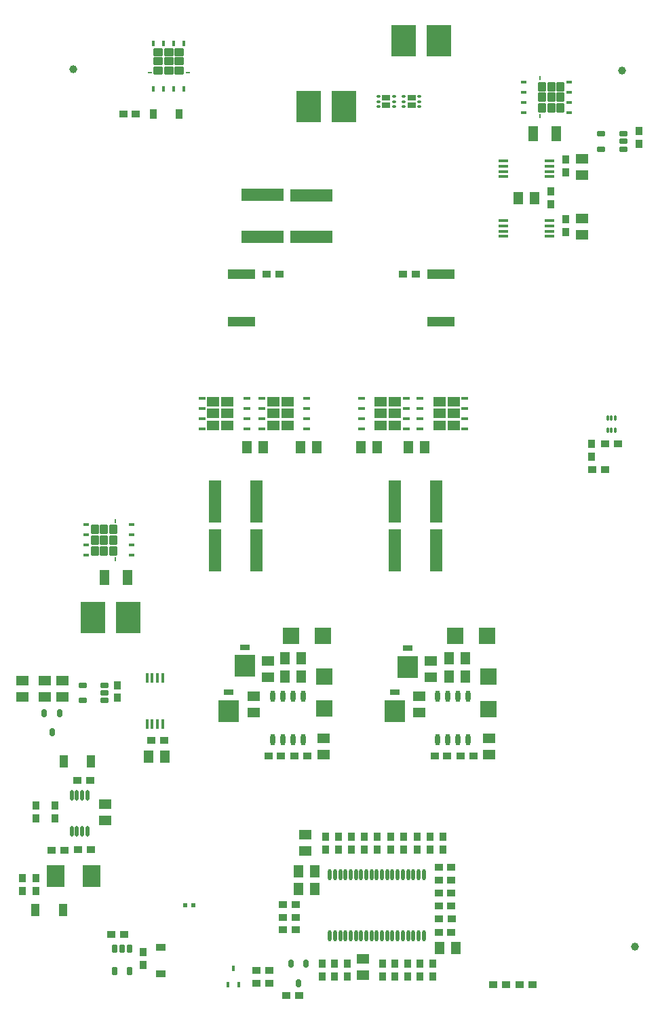
<source format=gbp>
G04 This is an RS-274x file exported by *
G04 gerbv version 2.8.0-rc.1~d7f42a *
G04 More information is available about gerbv at *
G04 https://gerbv.github.io/ *
G04 --End of header info--*
%MOIN*%
%FSLAX36Y36*%
%IPPOS*%
G04 --Define apertures--*
%ADD10C,0.0080*%
%ADD11C,0.0060*%
%ADD12C,0.0100*%
%ADD13C,0.0394*%
%ADD14R,0.0394X0.0374*%
%ADD15R,0.0374X0.0394*%
%ADD16R,0.0630X0.2087*%
%AMMACRO17*
21,1,0.015750,0.021650,0.000000,0.000000,0.000000*
21,1,0.011810,0.025590,0.000000,0.000000,0.000000*
1,1,0.003940,0.005910,-0.010830*
1,1,0.003940,-0.005910,-0.010830*
1,1,0.003940,-0.005910,0.010830*
1,1,0.003940,0.005910,0.010830*
%
%ADD17MACRO17*%
%ADD18R,0.0236X0.0197*%
%ADD19O,0.0236X0.0571*%
%AMMACRO20*
21,1,0.023620,0.035350,0.000000,0.000000,90.000000*
21,1,0.019610,0.039370,0.000000,0.000000,90.000000*
1,1,0.004020,0.017680,0.009800*
1,1,0.004020,0.017680,-0.009800*
1,1,0.004020,-0.017680,-0.009800*
1,1,0.004020,-0.017680,0.009800*
%
%ADD20MACRO20*%
%AMMACRO21*
21,1,0.011810,0.013820,0.000000,0.000000,90.000000*
21,1,0.007910,0.017720,0.000000,0.000000,90.000000*
1,1,0.003900,0.006910,0.003960*
1,1,0.003900,0.006910,-0.003960*
1,1,0.003900,-0.006910,-0.003960*
1,1,0.003900,-0.006910,0.003960*
%
%ADD21MACRO21*%
%AMMACRO22*
21,1,0.023620,0.035350,0.000000,0.000000,180.000000*
21,1,0.019610,0.039370,0.000000,0.000000,180.000000*
1,1,0.004020,-0.009800,0.017680*
1,1,0.004020,0.009800,0.017680*
1,1,0.004020,0.009800,-0.017680*
1,1,0.004020,-0.009800,-0.017680*
%
%ADD22MACRO22*%
%ADD23O,0.0177X0.0532*%
%AMMACRO24*
21,1,0.011810,0.022480,0.000000,0.000000,0.000000*
21,1,0.007910,0.026380,0.000000,0.000000,0.000000*
1,1,0.003900,0.003960,-0.011240*
1,1,0.003900,-0.003960,-0.011240*
1,1,0.003900,-0.003960,0.011240*
1,1,0.003900,0.003960,0.011240*
%
%ADD24MACRO24*%
%ADD25O,0.0472X0.0158*%
%ADD26O,0.0177X0.0551*%
%ADD27R,0.0500X0.0630*%
%ADD28R,0.0630X0.0500*%
%ADD29R,0.0512X0.0728*%
%ADD30R,0.1221X0.1575*%
%AMMACRO31*
21,1,0.023620,0.027560,0.000000,0.000000,180.000000*
21,1,0.011810,0.039370,0.000000,0.000000,180.000000*
1,1,0.011810,-0.005910,0.013780*
1,1,0.011810,0.005910,0.013780*
1,1,0.011810,0.005910,-0.013780*
1,1,0.011810,-0.005910,-0.013780*
%
%ADD31MACRO31*%
%ADD32R,0.0787X0.0787*%
%ADD33R,0.0787X0.0787*%
%ADD34R,0.0500X0.0300*%
%ADD35R,0.1000X0.1050*%
%ADD36R,0.0360X0.0480*%
%ADD37R,0.0850X0.1080*%
%ADD38R,0.0433X0.0630*%
%ADD39O,0.0158X0.0472*%
%ADD40R,0.2087X0.0630*%
%ADD41R,0.1339X0.0512*%
%ADD42R,0.0480X0.0360*%
%AMMACRO43*
21,1,0.009840,0.017910,0.000000,0.000000,90.000000*
21,1,0.005910,0.021850,0.000000,0.000000,90.000000*
1,1,0.003940,0.008960,0.002950*
1,1,0.003940,0.008960,-0.002950*
1,1,0.003940,-0.008960,-0.002950*
1,1,0.003940,-0.008960,0.002950*
%
%ADD43MACRO43*%
%AMMACRO44*
21,1,0.009840,0.017910,0.000000,0.000000,0.000000*
21,1,0.005910,0.021850,0.000000,0.000000,0.000000*
1,1,0.003940,0.002950,-0.008960*
1,1,0.003940,-0.002950,-0.008960*
1,1,0.003940,-0.002950,0.008960*
1,1,0.003940,0.002950,0.008960*
%
%ADD44MACRO44*%
%AMMACRO45*
21,1,0.029920,0.012250,0.000000,0.000000,90.000000*
21,1,0.026030,0.016140,0.000000,0.000000,90.000000*
1,1,0.003890,0.006120,0.013010*
1,1,0.003890,0.006120,-0.013010*
1,1,0.003890,-0.006120,-0.013010*
1,1,0.003890,-0.006120,0.013010*
%
%ADD45MACRO45*%
%AMMACRO46*
21,1,0.031890,0.012250,0.000000,0.000000,0.000000*
21,1,0.028000,0.016140,0.000000,0.000000,0.000000*
1,1,0.003890,0.014000,-0.006120*
1,1,0.003890,-0.014000,-0.006120*
1,1,0.003890,-0.014000,0.006120*
1,1,0.003890,0.014000,0.006120*
%
%ADD46MACRO46*%
%AMMACRO47*
21,1,0.029920,0.012250,0.000000,0.000000,0.000000*
21,1,0.026030,0.016140,0.000000,0.000000,0.000000*
1,1,0.003890,0.013010,-0.006120*
1,1,0.003890,-0.013010,-0.006120*
1,1,0.003890,-0.013010,0.006120*
1,1,0.003890,0.013010,0.006120*
%
%ADD47MACRO47*%
%AMMACRO48*
21,1,0.037400,0.040370,0.000000,0.000000,90.000000*
21,1,0.033290,0.044490,0.000000,0.000000,90.000000*
1,1,0.004110,0.020190,0.016640*
1,1,0.004110,0.020190,-0.016640*
1,1,0.004110,-0.020190,-0.016640*
1,1,0.004110,-0.020190,0.016640*
%
%ADD48MACRO48*%
%AMMACRO49*
21,1,0.039370,0.023700,0.000000,0.000000,180.000000*
21,1,0.035510,0.027560,0.000000,0.000000,180.000000*
1,1,0.003860,-0.017760,0.011850*
1,1,0.003860,0.017760,0.011850*
1,1,0.003860,0.017760,-0.011850*
1,1,0.003860,-0.017760,-0.011850*
%
%ADD49MACRO49*%
%AMMACRO50*
21,1,0.062210,0.045280,0.000000,0.000000,0.000000*
21,1,0.058270,0.049210,0.000000,0.000000,0.000000*
1,1,0.003940,0.029130,-0.022640*
1,1,0.003940,-0.029130,-0.022640*
1,1,0.003940,-0.029130,0.022640*
1,1,0.003940,0.029130,0.022640*
%
%ADD50MACRO50*%
%AMMACRO51*
21,1,0.037400,0.040370,0.000000,0.000000,0.000000*
21,1,0.033290,0.044490,0.000000,0.000000,0.000000*
1,1,0.004110,0.016640,-0.020190*
1,1,0.004110,-0.016640,-0.020190*
1,1,0.004110,-0.016640,0.020190*
1,1,0.004110,0.016640,0.020190*
%
%ADD51MACRO51*%
G04 --Start main section--*
G54D13*
G01X1536190Y6670000D03*
G01X4232190Y6664000D03*
G01X4297190Y2359000D03*
G54D14*
G01X4085690Y4704000D03*
G01X4148680Y4704000D03*
G01X1430150Y2835000D03*
G01X1493140Y2835000D03*
G01X1618690Y3178000D03*
G01X1555690Y3178000D03*
G01X2581150Y2119000D03*
G01X2644140Y2119000D03*
G01X3330690Y2430000D03*
G01X3393690Y2430000D03*
G01X3330690Y2752000D03*
G01X3393690Y2752000D03*
G01X3792690Y2173000D03*
G01X3729690Y2173000D03*
G01X3373950Y3297240D03*
G01X3310960Y3297240D03*
G01X2557200Y3297640D03*
G01X2494210Y3297640D03*
G01X3438960Y3297310D03*
G01X3501950Y3297310D03*
G01X2623210Y3297640D03*
G01X2686200Y3297640D03*
G01X3218740Y5664000D03*
G01X3155750Y5664000D03*
G01X2484750Y5664000D03*
G01X2547740Y5664000D03*
G01X1786610Y2421160D03*
G01X1723620Y2421160D03*
G01X1623640Y2836000D03*
G01X1560650Y2836000D03*
G01X4212000Y4831460D03*
G01X4149010Y4831460D03*
G01X3598690Y2173000D03*
G01X3661680Y2173000D03*
G01X1982070Y3374000D03*
G01X1919080Y3374000D03*
G01X2499690Y2182000D03*
G01X2436690Y2182000D03*
G01X3393690Y2688000D03*
G01X3330690Y2688000D03*
G01X3331690Y2498000D03*
G01X3394690Y2498000D03*
G01X3330690Y2561000D03*
G01X3393690Y2561000D03*
G01X3330690Y2624000D03*
G01X3393690Y2624000D03*
G01X2564690Y2568000D03*
G01X2627690Y2568000D03*
G01X2564690Y2505000D03*
G01X2627690Y2505000D03*
G01X2564690Y2444000D03*
G01X2627690Y2444000D03*
G01X2436690Y2245000D03*
G01X2499690Y2245000D03*
G01X1780690Y6449000D03*
G01X1843690Y6449000D03*
G54D15*
G01X4082190Y4830500D03*
G01X4082190Y4767500D03*
G01X1285000Y2697500D03*
G01X1285000Y2634500D03*
G01X1353140Y3052500D03*
G01X1353140Y2989500D03*
G01X1352140Y2697500D03*
G01X1352140Y2634500D03*
G01X2758650Y2215500D03*
G01X2758650Y2278500D03*
G01X2820650Y2215500D03*
G01X2820650Y2278500D03*
G01X2882650Y2215500D03*
G01X2882650Y2278500D03*
G01X3883690Y6069500D03*
G01X3883690Y6006500D03*
G01X3290190Y2899990D03*
G01X3290190Y2837000D03*
G01X3352190Y2837000D03*
G01X3352190Y2899990D03*
G01X4314010Y6367440D03*
G01X4314010Y6304450D03*
G01X1751320Y3645500D03*
G01X1751320Y3582500D03*
G01X1880120Y2332650D03*
G01X1880120Y2269660D03*
G01X3955190Y6226880D03*
G01X3955190Y6163890D03*
G01X3159920Y2837000D03*
G01X3159920Y2899990D03*
G01X2964920Y2837000D03*
G01X2964920Y2899990D03*
G01X3028920Y2837000D03*
G01X3028920Y2899990D03*
G01X2840190Y2837010D03*
G01X2840190Y2900000D03*
G01X2775190Y2836500D03*
G01X2775190Y2899500D03*
G01X3955190Y5933110D03*
G01X3955190Y5870120D03*
G01X3054650Y2278500D03*
G01X3054650Y2215500D03*
G01X2902920Y2837000D03*
G01X2902920Y2899990D03*
G01X3095990Y2837000D03*
G01X3095990Y2899990D03*
G01X3302650Y2215500D03*
G01X3302650Y2278500D03*
G01X3240650Y2215500D03*
G01X3240650Y2278500D03*
G01X3178650Y2215500D03*
G01X3178650Y2278500D03*
G01X3116650Y2215500D03*
G01X3116650Y2278500D03*
G01X3225920Y2899990D03*
G01X3225920Y2837000D03*
G01X1447140Y3052500D03*
G01X1447140Y2989500D03*
G54D16*
G01X2436550Y4546000D03*
G01X2231830Y4546000D03*
G01X2435910Y4307000D03*
G01X2231190Y4307000D03*
G01X3114460Y4307000D03*
G01X3319190Y4307000D03*
G01X3114460Y4546000D03*
G01X3319190Y4546000D03*
G54D17*
G01X2322780Y2254710D03*
G01X2297190Y2174000D03*
G01X2348370Y2174000D03*
G54D18*
G01X2125870Y2565000D03*
G01X2086500Y2565000D03*
G54D19*
G01X3475460Y3377020D03*
G01X3425460Y3377020D03*
G01X3375460Y3377020D03*
G01X3325460Y3377020D03*
G01X3475460Y3591590D03*
G01X3425460Y3591590D03*
G01X3375460Y3591590D03*
G01X3325460Y3591590D03*
G01X2666710Y3377360D03*
G01X2616710Y3377360D03*
G01X2566710Y3377360D03*
G01X2516710Y3377360D03*
G01X2666710Y3591930D03*
G01X2616710Y3591930D03*
G01X2566710Y3591930D03*
G01X2516710Y3591930D03*
G54D20*
G01X4238140Y6353350D03*
G01X4238140Y6315950D03*
G01X4238140Y6278540D03*
G01X4129870Y6278540D03*
G01X4129870Y6353350D03*
G01X1689460Y3645400D03*
G01X1689460Y3608000D03*
G01X1689460Y3570600D03*
G01X1581190Y3570600D03*
G01X1581190Y3645400D03*
G54D21*
G01X3034800Y6537590D03*
G01X3034800Y6512000D03*
G01X3034800Y6486410D03*
G01X3111570Y6486410D03*
G01X3111570Y6512000D03*
G01X3111570Y6537590D03*
G01X3236570Y6486410D03*
G01X3236570Y6512000D03*
G01X3236570Y6537590D03*
G01X3159800Y6537590D03*
G01X3159800Y6512000D03*
G01X3159800Y6486410D03*
G54D22*
G01X1737720Y2350290D03*
G01X1775120Y2350290D03*
G01X1812520Y2350290D03*
G01X1812520Y2242020D03*
G01X1737720Y2242020D03*
G54D23*
G01X1527640Y3103110D03*
G01X1553230Y3103110D03*
G01X1578820Y3103110D03*
G01X1527640Y2927910D03*
G01X1553230Y2927910D03*
G01X1578820Y2927910D03*
G01X1604410Y2927910D03*
G01X1604410Y3103110D03*
G54D24*
G01X4200190Y4955600D03*
G01X4160820Y4955600D03*
G01X4160820Y4897330D03*
G01X4180500Y4897330D03*
G01X4200190Y4897330D03*
G01X4180500Y4955600D03*
G54D25*
G01X3874600Y6219770D03*
G01X3874600Y6194180D03*
G01X3874600Y6168590D03*
G01X3874600Y6143000D03*
G01X3650190Y6219770D03*
G01X3650190Y6194180D03*
G01X3650190Y6168590D03*
G01X3650190Y6143000D03*
G01X3874600Y5926000D03*
G01X3874600Y5900410D03*
G01X3874600Y5874820D03*
G01X3874600Y5849230D03*
G01X3650190Y5926000D03*
G01X3650190Y5900410D03*
G01X3650190Y5874820D03*
G01X3650190Y5849230D03*
G54D26*
G01X3257500Y2414390D03*
G01X3231910Y2414390D03*
G01X3206320Y2414390D03*
G01X3180730Y2414390D03*
G01X3155140Y2414390D03*
G01X3129550Y2414390D03*
G01X3103960Y2414390D03*
G01X3078370Y2414390D03*
G01X3052780Y2414390D03*
G01X3027190Y2414390D03*
G01X3001600Y2414390D03*
G01X2976010Y2414390D03*
G01X2950420Y2414390D03*
G01X2924830Y2414390D03*
G01X2899240Y2414390D03*
G01X2873650Y2414390D03*
G01X2848050Y2414390D03*
G01X2822460Y2414390D03*
G01X2796870Y2414390D03*
G01X3257500Y2713610D03*
G01X3231910Y2713610D03*
G01X3206320Y2713610D03*
G01X3180730Y2713610D03*
G01X3155140Y2713610D03*
G01X3129550Y2713610D03*
G01X3103960Y2713610D03*
G01X3078370Y2713610D03*
G01X3052780Y2713610D03*
G01X3027190Y2713610D03*
G01X3001600Y2713610D03*
G01X2976010Y2713610D03*
G01X2950420Y2713610D03*
G01X2924830Y2713610D03*
G01X2899240Y2713610D03*
G01X2873650Y2713610D03*
G01X2848050Y2713610D03*
G01X2822460Y2713610D03*
G01X2796870Y2713610D03*
G54D27*
G01X2950190Y4814000D03*
G01X3030190Y4814000D03*
G01X2652730Y4814020D03*
G01X2732730Y4814020D03*
G01X3463460Y3778310D03*
G01X3383460Y3778310D03*
G01X2656710Y3778640D03*
G01X2576710Y3778640D03*
G01X3261190Y4814000D03*
G01X3181190Y4814000D03*
G01X2468730Y4814020D03*
G01X2388730Y4814020D03*
G01X3802690Y6037000D03*
G01X3722690Y6037000D03*
G01X2721190Y2732000D03*
G01X2641190Y2732000D03*
G01X3463460Y3686310D03*
G01X3383460Y3686310D03*
G01X2576710Y3686640D03*
G01X2656710Y3686640D03*
G01X1905580Y3293990D03*
G01X1985570Y3293990D03*
G01X3335190Y2355000D03*
G01X3415190Y2355000D03*
G01X2721190Y2644000D03*
G01X2641190Y2644000D03*
G54D28*
G01X3293730Y3763310D03*
G01X3293730Y3683310D03*
G01X2491710Y3682640D03*
G01X2491710Y3762640D03*
G01X3235460Y3589310D03*
G01X3235460Y3509310D03*
G01X2423710Y3589640D03*
G01X2423710Y3509640D03*
G01X2676190Y2832000D03*
G01X2676190Y2912000D03*
G01X1284190Y3587000D03*
G01X1284190Y3667000D03*
G01X1482190Y3667000D03*
G01X1482190Y3587000D03*
G01X1394190Y3667000D03*
G01X1394190Y3587000D03*
G01X4035190Y6150390D03*
G01X4035190Y6230390D03*
G01X3579460Y3384310D03*
G01X3579460Y3304310D03*
G01X2764710Y3304640D03*
G01X2764710Y3384640D03*
G01X1692140Y3062000D03*
G01X1692140Y2982000D03*
G01X2960650Y2221000D03*
G01X2960650Y2301000D03*
G01X4035190Y5856610D03*
G01X4035190Y5936610D03*
G54D29*
G01X3796100Y6354000D03*
G01X3910280Y6354000D03*
G01X1803270Y4173000D03*
G01X1689100Y4173000D03*
G54D30*
G01X3333800Y6812000D03*
G01X3160570Y6812000D03*
G01X2692570Y6486000D03*
G01X2865800Y6486000D03*
G01X1804800Y3976000D03*
G01X1631570Y3976000D03*
G54D31*
G01X2642650Y2181760D03*
G01X2680050Y2276240D03*
G01X2605240Y2276240D03*
G01X1431190Y3413760D03*
G01X1468590Y3508240D03*
G01X1393790Y3508240D03*
G54D32*
G01X3576460Y3686050D03*
G01X3576460Y3528570D03*
G01X2769710Y3686380D03*
G01X2769710Y3528900D03*
G54D33*
G01X3412990Y3886310D03*
G01X3570470Y3886310D03*
G01X2606430Y3886640D03*
G01X2763910Y3886640D03*
G54D34*
G01X3179730Y3826310D03*
G01X3117190Y3609000D03*
G01X2300160Y3609340D03*
G01X2379710Y3831640D03*
G54D35*
G01X3179730Y3734310D03*
G01X3117190Y3517000D03*
G01X2300160Y3517340D03*
G01X2379710Y3739640D03*
G54D36*
G01X1927720Y6449000D03*
G01X2056660Y6449000D03*
G54D37*
G01X1624150Y2706000D03*
G01X1450130Y2706000D03*
G54D38*
G01X1350210Y2541000D03*
G01X1484070Y2541000D03*
G01X1623190Y3269000D03*
G01X1489330Y3269000D03*
G54D39*
G01X1974960Y3454590D03*
G01X1949370Y3454590D03*
G01X1923780Y3454590D03*
G01X1898190Y3454590D03*
G01X1974960Y3679000D03*
G01X1949370Y3679000D03*
G01X1923780Y3679000D03*
G01X1898190Y3679000D03*
G54D40*
G01X2707190Y5846640D03*
G01X2707190Y6051360D03*
G01X2466190Y5847640D03*
G01X2466190Y6052360D03*
G54D41*
G01X2362240Y5431860D03*
G01X2362240Y5664140D03*
G01X3342240Y5431720D03*
G01X3342240Y5664000D03*
G54D42*
G01X1965140Y2227530D03*
G01X1965140Y2356470D03*
G54D43*
G01X1911150Y6652390D03*
G01X2097960Y6652390D03*
G54D44*
G01X3827530Y6626400D03*
G01X3827530Y6439600D03*
G01X1743800Y4263960D03*
G01X1743800Y4450770D03*
G54D45*
G01X2079550Y6796090D03*
G01X2029550Y6796090D03*
G01X1979550Y6796090D03*
G01X1929550Y6796090D03*
G01X1929550Y6574040D03*
G01X1979550Y6574040D03*
G01X2029550Y6574040D03*
G01X2079550Y6574040D03*
G54D46*
G01X3172230Y4904000D03*
G01X3172230Y4954000D03*
G01X3172230Y5004000D03*
G01X3172230Y5054000D03*
G01X2952150Y5054000D03*
G01X2952150Y5004000D03*
G01X2952150Y4954000D03*
G01X2952150Y4904000D03*
G01X2462730Y5053930D03*
G01X2462730Y5003930D03*
G01X2462730Y4953930D03*
G01X2462730Y4903930D03*
G01X2682810Y4903930D03*
G01X2682810Y4953930D03*
G01X2682810Y5003930D03*
G01X2682810Y5053930D03*
G01X3459190Y4904090D03*
G01X3459190Y4954090D03*
G01X3459190Y5004090D03*
G01X3459190Y5054090D03*
G01X3239110Y5054090D03*
G01X3239110Y5004090D03*
G01X3239110Y4954090D03*
G01X3239110Y4904090D03*
G01X2168690Y5054020D03*
G01X2168690Y5004020D03*
G01X2168690Y4954020D03*
G01X2168690Y4904020D03*
G01X2388770Y4904020D03*
G01X2388770Y4954020D03*
G01X2388770Y5004020D03*
G01X2388770Y5054020D03*
G54D47*
G01X3971240Y6458000D03*
G01X3971240Y6508000D03*
G01X3971240Y6558000D03*
G01X3971240Y6608000D03*
G01X3749190Y6608000D03*
G01X3749190Y6558000D03*
G01X3749190Y6508000D03*
G01X3749190Y6458000D03*
G01X1600100Y4432360D03*
G01X1600100Y4382360D03*
G01X1600100Y4332360D03*
G01X1600100Y4282360D03*
G01X1822150Y4282360D03*
G01X1822150Y4332360D03*
G01X1822150Y4382360D03*
G01X1822150Y4432360D03*
G54D48*
G01X2004550Y6709280D03*
G01X2004550Y6664000D03*
G01X2004550Y6754550D03*
G01X2056910Y6754550D03*
G01X2056910Y6664000D03*
G01X2056910Y6709280D03*
G01X1952190Y6754550D03*
G01X1952190Y6664000D03*
G01X1952190Y6709280D03*
G54D49*
G01X3073190Y6494280D03*
G01X3073190Y6529720D03*
G01X3198190Y6529720D03*
G01X3198190Y6494280D03*
G54D50*
G01X3047230Y4979000D03*
G01X3117310Y4979000D03*
G01X3117310Y4921910D03*
G01X3047230Y4921910D03*
G01X3047230Y5036090D03*
G01X3117310Y5036090D03*
G01X2587730Y4978930D03*
G01X2517650Y4978930D03*
G01X2517650Y5036020D03*
G01X2587730Y5036020D03*
G01X2587730Y4921840D03*
G01X2517650Y4921840D03*
G01X3334190Y4979090D03*
G01X3404270Y4979090D03*
G01X3404270Y4922000D03*
G01X3334190Y4922000D03*
G01X3334190Y5036170D03*
G01X3404270Y5036170D03*
G01X2293690Y4979020D03*
G01X2223610Y4979020D03*
G01X2223610Y5036100D03*
G01X2293690Y5036100D03*
G01X2293690Y4921930D03*
G01X2223610Y4921930D03*
G54D51*
G01X3884420Y6533000D03*
G01X3839150Y6533000D03*
G01X3929700Y6533000D03*
G01X3929700Y6480640D03*
G01X3839150Y6480640D03*
G01X3884420Y6480640D03*
G01X3929700Y6585360D03*
G01X3839150Y6585360D03*
G01X3884420Y6585360D03*
G01X1686910Y4357360D03*
G01X1732190Y4357360D03*
G01X1641640Y4357360D03*
G01X1641640Y4409720D03*
G01X1732190Y4409720D03*
G01X1686910Y4409720D03*
G01X1641640Y4305000D03*
G01X1732190Y4305000D03*
G01X1686910Y4305000D03*
M02*

</source>
